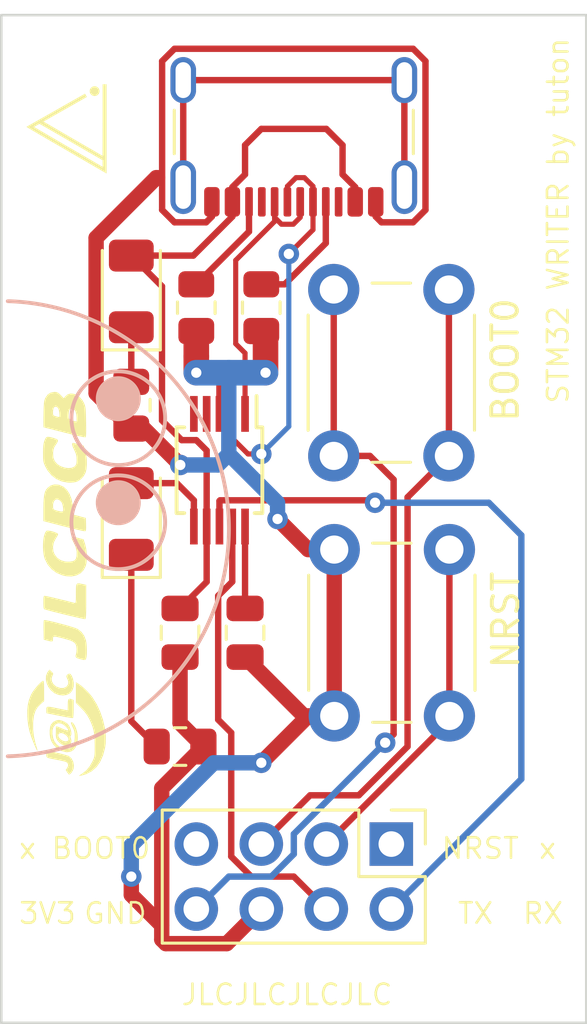
<source format=kicad_pcb>
(kicad_pcb (version 20221018) (generator pcbnew)
  (layers (0 "F.Cu" signal) (31 "B.Cu" signal) (34 "B.Paste" user) (35 "F.Paste" user) (36 "B.SilkS" user "B.Silkscreen") (37 "F.SilkS" user "F.Silkscreen") (38 "B.Mask" user) (39 "F.Mask" user) (44 "Edge.Cuts" user))
  (net 0 "")
  (net 1 "+5V")
  (net 2 "GND")
  (net 3 "Net-(U1-V3)")
  (net 4 "NRST")
  (net 5 "Net-(D1-K)")
  (net 6 "Net-(D2-K)")
  (net 7 "Net-(D2-A)")
  (net 8 "Net-(J1-CC1)")
  (net 9 "D+")
  (net 10 "D-")
  (net 12 "Net-(J1-CC2)")
  (net 14 "unconnected-(J1-SHIELD-PadS1)")
  (net 15 "BOOT0")
  (net 16 "RX")
  (net 17 "TX")
  (net 20 "+3V3")
  (footprint "Connector_PinHeader_2.54mm:PinHeader_2x04_P2.54mm_Vertical" (layer "F.Cu") (at 175.26 97.155 -90)
    (fp_text reference "J2" hide)
    (fp_text value "Conn_02x04_Counter_Clockwise" hide)
    (pad "1" thru_hole rect (at 0 0 270) (size 1.7 1.7) (drill 1) (layers "*.Cu" "*.Mask"))
    (pad "2" thru_hole oval (at 2.54 0 270) (size 1.7 1.7) (drill 1) (layers "*.Cu" "*.Mask") (net 16 "RX"))
    (pad "3" thru_hole oval (at 0 2.54 270) (size 1.7 1.7) (drill 1) (layers "*.Cu" "*.Mask") (net 4 "NRST"))
    (pad "4" thru_hole oval (at 2.54 2.54 270) (size 1.7 1.7) (drill 1) (layers "*.Cu" "*.Mask") (net 17 "TX"))
    (pad "5" thru_hole oval (at 0 5.08 270) (size 1.7 1.7) (drill 1) (layers "*.Cu" "*.Mask") (net 15 "BOOT0"))
    (pad "6" thru_hole oval (at 2.54 5.08 270) (size 1.7 1.7) (drill 1) (layers "*.Cu" "*.Mask") (net 2 "GND"))
    (pad "7" thru_hole oval (at 0 7.62 270) (size 1.7 1.7) (drill 1) (layers "*.Cu" "*.Mask"))
    (pad "8" thru_hole oval (at 2.54 7.62 270) (size 1.7 1.7) (drill 1) (layers "*.Cu" "*.Mask") (net 20 "+3V3"))
  )
  (footprint "LED_SMD:LED_1206_3216Metric" (layer "F.Cu") (at 165.1 84.455 90)
    (fp_text reference "D2" hide)
    (fp_text value "LED_ORANGE" hide)
    (pad "1" smd roundrect (at -1.4 0 90) (size 1.25 1.75) (layers "F.Cu" "F.Paste" "F.Mask") (roundrect_rratio 0.2) (net 6 "Net-(D2-K)"))
    (pad "2" smd roundrect (at 1.4 0 90) (size 1.25 1.75) (layers "F.Cu" "F.Paste" "F.Mask") (roundrect_rratio 0.2) (net 7 "Net-(D2-A)"))
  )
  (footprint "Package_SO:MSOP-10_3x3mm_P0.5mm" (layer "F.Cu") (at 168.545 82.55 -90)
    (fp_text reference "U1" hide)
    (fp_text value "CH340E" hide)
    (pad "1" smd rect (at -2.2 -1 270) (size 1.4 0.3) (layers "F.Cu" "F.Paste" "F.Mask") (net 9 "D+"))
    (pad "2" smd rect (at -2.2 -0.5 270) (size 1.4 0.3) (layers "F.Cu" "F.Paste" "F.Mask") (net 10 "D-"))
    (pad "3" smd rect (at -2.2 0 270) (size 1.4 0.3) (layers "F.Cu" "F.Paste" "F.Mask") (net 2 "GND"))
    (pad "4" smd rect (at -2.2 0.5 270) (size 1.4 0.3) (layers "F.Cu" "F.Paste" "F.Mask"))
    (pad "5" smd rect (at -2.2 1 270) (size 1.4 0.3) (layers "F.Cu" "F.Paste" "F.Mask"))
    (pad "6" smd rect (at 2.2 1 270) (size 1.4 0.3) (layers "F.Cu" "F.Paste" "F.Mask") (net 7 "Net-(D2-A)"))
    (pad "7" smd rect (at 2.2 0.5 270) (size 1.4 0.3) (layers "F.Cu" "F.Paste" "F.Mask") (net 1 "+5V"))
    (pad "8" smd rect (at 2.2 0 270) (size 1.4 0.3) (layers "F.Cu" "F.Paste" "F.Mask") (net 16 "RX"))
    (pad "9" smd rect (at 2.2 -0.5 270) (size 1.4 0.3) (layers "F.Cu" "F.Paste" "F.Mask") (net 17 "TX"))
    (pad "10" smd rect (at 2.2 -1 270) (size 1.4 0.3) (layers "F.Cu" "F.Paste" "F.Mask") (net 3 "Net-(U1-V3)"))
  )
  (footprint "Capacitor_SMD:C_0805_2012Metric" (layer "F.Cu") (at 167.005 88.9 -90)
    (fp_text reference "C1" hide)
    (fp_text value "100n" hide)
    (pad "1" smd roundrect (at -0.95 0 270) (size 1 1.45) (layers "F.Cu" "F.Paste" "F.Mask") (net 1 "+5V"))
    (pad "2" smd roundrect (at 0.95 0 270) (size 1 1.45) (layers "F.Cu" "F.Paste" "F.Mask") (net 2 "GND"))
  )
  (footprint "Resistor_SMD:R_0805_2012Metric" (layer "F.Cu") (at 167.64 76.2 90)
    (fp_text reference "R2" hide)
    (fp_text value "5.1k" hide)
    (pad "1" smd roundrect (at -0.9125 0 90) (size 1.025 1.4) (layers "F.Cu" "F.Paste" "F.Mask") (roundrect_rratio 0.243902439) (net 2 "GND"))
    (pad "2" smd roundrect (at 0.9125 0 90) (size 1.025 1.4) (layers "F.Cu" "F.Paste" "F.Mask") (roundrect_rratio 0.243902439) (net 12 "Net-(J1-CC2)"))
  )
  (footprint "Resistor_SMD:R_0805_2012Metric" (layer "F.Cu") (at 170.18 76.2 90)
    (fp_text reference "R1" hide)
    (fp_text value "5.1k" hide)
    (pad "1" smd roundrect (at -0.9125 0 90) (size 1.025 1.4) (layers "F.Cu" "F.Paste" "F.Mask") (roundrect_rratio 0.243902439) (net 2 "GND"))
    (pad "2" smd roundrect (at 0.9125 0 90) (size 1.025 1.4) (layers "F.Cu" "F.Paste" "F.Mask") (roundrect_rratio 0.243902439) (net 8 "Net-(J1-CC1)"))
  )
  (footprint "logo:tuton_logo_small" (layer "F.Cu") (at 162.56 69.215 90)
    (fp_text reference "G***" hide)
    (fp_text value "LOGO" hide)
  )
  (footprint "Resistor_SMD:R_0805_2012Metric" (layer "F.Cu") (at 165.1 80.01 -90)
    (fp_text reference "R3" hide)
    (fp_text value "75" hide)
    (pad "1" smd roundrect (at -0.9125 0 270) (size 1.025 1.4) (layers "F.Cu" "F.Paste" "F.Mask") (roundrect_rratio 0.243902439) (net 5 "Net-(D1-K)"))
    (pad "2" smd roundrect (at 0.9125 0 270) (size 1.025 1.4) (layers "F.Cu" "F.Paste" "F.Mask") (roundrect_rratio 0.243902439) (net 2 "GND"))
  )
  (footprint "Connector_USB:USB_C_Receptacle_GCT_USB4105-xx-A_16P_TopMnt_Horizontal" (layer "F.Cu") (at 171.45 68.385 180)
    (fp_text reference "J1" hide)
    (fp_text value "USB_C_Receptacle_USB2.0" hide)
    (pad "" np_thru_hole circle (at -2.89 -2.605 180) (size 0.65 0.65) (drill 0.65) (layers "F&B.Cu" "*.Mask"))
    (pad "" np_thru_hole circle (at 2.89 -2.605 180) (size 0.65 0.65) (drill 0.65) (layers "F&B.Cu" "*.Mask"))
    (pad "A1" smd roundrect (at -3.2 -3.68 180) (size 0.6 1.15) (layers "F.Cu" "F.Paste" "F.Mask") (net 2 "GND"))
    (pad "A4" smd roundrect (at -2.4 -3.68 180) (size 0.6 1.15) (layers "F.Cu" "F.Paste" "F.Mask") (net 1 "+5V"))
    (pad "A5" smd roundrect (at -1.25 -3.68 180) (size 0.3 1.15) (layers "F.Cu" "F.Paste" "F.Mask") (net 8 "Net-(J1-CC1)"))
    (pad "A6" smd roundrect (at -0.25 -3.68 180) (size 0.3 1.15) (layers "F.Cu" "F.Paste" "F.Mask") (net 9 "D+"))
    (pad "A7" smd roundrect (at 0.25 -3.68 180) (size 0.3 1.15) (layers "F.Cu" "F.Paste" "F.Mask") (net 10 "D-"))
    (pad "A8" smd roundrect (at 1.25 -3.68 180) (size 0.3 1.15) (layers "F.Cu" "F.Paste" "F.Mask"))
    (pad "A9" smd roundrect (at 2.4 -3.68 180) (size 0.6 1.15) (layers "F.Cu" "F.Paste" "F.Mask") (net 1 "+5V"))
    (pad "A12" smd roundrect (at 3.2 -3.68 180) (size 0.6 1.15) (layers "F.Cu" "F.Paste" "F.Mask") (net 2 "GND"))
    (pad "B1" smd roundrect (at 3.2 -3.68 180) (size 0.6 1.15) (layers "F.Cu" "F.Paste" "F.Mask") (net 2 "GND"))
    (pad "B4" smd roundrect (at 2.4 -3.68 180) (size 0.6 1.15) (layers "F.Cu" "F.Paste" "F.Mask") (net 1 "+5V"))
    (pad "B5" smd roundrect (at 1.75 -3.68 180) (size 0.3 1.15) (layers "F.Cu" "F.Paste" "F.Mask") (net 12 "Net-(J1-CC2)"))
    (pad "B6" smd roundrect (at 0.75 -3.68 180) (size 0.3 1.15) (layers "F.Cu" "F.Paste" "F.Mask") (net 9 "D+"))
    (pad "B7" smd roundrect (at -0.75 -3.68 180) (size 0.3 1.15) (layers "F.Cu" "F.Paste" "F.Mask") (net 10 "D-"))
    (pad "B8" smd roundrect (at -1.75 -3.68 180) (size 0.3 1.15) (layers "F.Cu" "F.Paste" "F.Mask"))
    (pad "B9" smd roundrect (at -2.4 -3.68 180) (size 0.6 1.15) (layers "F.Cu" "F.Paste" "F.Mask") (net 1 "+5V"))
    (pad "B12" smd roundrect (at -3.2 -3.68 180) (size 0.6 1.15) (layers "F.Cu" "F.Paste" "F.Mask") (net 2 "GND"))
    (pad "S1" thru_hole oval (at -4.32 -3.105 180) (size 1 2.1) (drill oval 0.6 1.7) (layers "*.Cu" "*.Mask" "F.Paste") (net 14 "unconnected-(J1-SHIELD-PadS1)"))
    (pad "S1" thru_hole oval (at -4.32 1.075 180) (size 1 1.8) (drill oval 0.6 1.4) (layers "*.Cu" "*.Mask" "F.Paste") (net 14 "unconnected-(J1-SHIELD-PadS1)"))
    (pad "S1" thru_hole oval (at 4.32 -3.105 180) (size 1 2.1) (drill oval 0.6 1.7) (layers "*.Cu" "*.Mask" "F.Paste") (net 14 "unconnected-(J1-SHIELD-PadS1)"))
    (pad "S1" thru_hole oval (at 4.32 1.075 180) (size 1 1.8) (drill oval 0.6 1.4) (layers "*.Cu" "*.Mask" "F.Paste") (net 14 "unconnected-(J1-SHIELD-PadS1)"))
  )
  (footprint "Resistor_SMD:R_0805_2012Metric" (layer "F.Cu") (at 167.005 93.345)
    (fp_text reference "R4" hide)
    (fp_text value "75" hide)
    (pad "1" smd roundrect (at -0.9125 0) (size 1.025 1.4) (layers "F.Cu" "F.Paste" "F.Mask") (roundrect_rratio 0.243902439) (net 6 "Net-(D2-K)"))
    (pad "2" smd roundrect (at 0.9125 0) (size 1.025 1.4) (layers "F.Cu" "F.Paste" "F.Mask") (roundrect_rratio 0.243902439) (net 2 "GND"))
  )
  (footprint "logo:jlcpcb_logo" (layer "F.Cu") (at 162.56 86.995 90)
    (fp_text reference "G***" hide)
    (fp_text value "LOGO" hide)
  )
  (footprint "Button_Switch_THT:SW_PUSH_6mm" (layer "F.Cu") (at 173.01 81.99 90)
    (fp_text reference "SW2" hide)
    (fp_text value "BOOT0" (at 3.75 6.7 90) (layer "F.SilkS"))
    (pad "1" thru_hole circle (at 0 0 180) (size 2 2) (drill 1.1) (layers "*.Cu" "*.Mask") (net 20 "+3V3"))
    (pad "1" thru_hole circle (at 6.5 0 180) (size 2 2) (drill 1.1) (layers "*.Cu" "*.Mask") (net 20 "+3V3"))
    (pad "2" thru_hole circle (at 0 4.5 180) (size 2 2) (drill 1.1) (layers "*.Cu" "*.Mask") (net 15 "BOOT0"))
    (pad "2" thru_hole circle (at 6.5 4.5 180) (size 2 2) (drill 1.1) (layers "*.Cu" "*.Mask") (net 15 "BOOT0"))
  )
  (footprint "LED_SMD:LED_1206_3216Metric" (layer "F.Cu") (at 165.1 75.565 90)
    (fp_text reference "D1" hide)
    (fp_text value "LED_GREEN" hide)
    (pad "1" smd roundrect (at -1.4 0 90) (size 1.25 1.75) (layers "F.Cu" "F.Paste" "F.Mask") (roundrect_rratio 0.2) (net 5 "Net-(D1-K)"))
    (pad "2" smd roundrect (at 1.4 0 90) (size 1.25 1.75) (layers "F.Cu" "F.Paste" "F.Mask") (roundrect_rratio 0.2) (net 1 "+5V"))
  )
  (footprint "Capacitor_SMD:C_0805_2012Metric" (layer "F.Cu") (at 169.545 88.9 90)
    (fp_text reference "C2" hide)
    (fp_text value "100n" hide)
    (pad "1" smd roundrect (at -0.95 0 90) (size 1 1.45) (layers "F.Cu" "F.Paste" "F.Mask") (net 2 "GND"))
    (pad "2" smd roundrect (at 0.95 0 90) (size 1 1.45) (layers "F.Cu" "F.Paste" "F.Mask") (net 3 "Net-(U1-V3)"))
  )
  (footprint "Button_Switch_THT:SW_PUSH_6mm" (layer "F.Cu") (at 173.03 92.15 90)
    (fp_text reference "SW1" hide)
    (fp_text value "NRST" (at 3.75 6.7 90) (layer "F.SilkS"))
    (pad "1" thru_hole circle (at 0 0 180) (size 2 2) (drill 1.1) (layers "*.Cu" "*.Mask") (net 2 "GND"))
    (pad "1" thru_hole circle (at 6.5 0 180) (size 2 2) (drill 1.1) (layers "*.Cu" "*.Mask") (net 2 "GND"))
    (pad "2" thru_hole circle (at 0 4.5 180) (size 2 2) (drill 1.1) (layers "*.Cu" "*.Mask") (net 4 "NRST"))
    (pad "2" thru_hole circle (at 6.5 4.5 180) (size 2 2) (drill 1.1) (layers "*.Cu" "*.Mask") (net 4 "NRST"))
  )
  (gr_circle (center 164.592 84.582) (end 165.608 86.106) (stroke (width 0.15)) (fill none) (layer "B.SilkS"))
  (gr_circle (center 164.592 79.756) (end 165.395219 79.756) (stroke (width 0.15)) (fill solid) (layer "B.SilkS"))
  (gr_arc (start 160.274 75.946001) (mid 168.913628 84.836001) (end 160.274 93.726001) (stroke (width 0.15)) (layer "B.SilkS"))
  (gr_circle (center 164.592 83.82) (end 165.395219 83.82) (stroke (width 0.15)) (fill solid) (layer "B.SilkS"))
  (gr_circle (center 164.592 80.518) (end 165.608 82.042) (stroke (width 0.15)) (fill none) (layer "B.SilkS"))
  (gr_rect (start 160.02 64.77) (end 182.88 104.14) (stroke (width 0.1)) (fill none) (layer "Edge.Cuts"))
  (gr_text "JLCJLCJLCJLC" (at 167.005 103.505) (layer "F.SilkS") (effects (font (size 0.8 0.8) (thickness 0.1) bold) (justify left bottom)))
  (gr_text "GND\n" (at 163.195 100.33) (layer "F.SilkS") (effects (font (size 0.8 0.8) (thickness 0.1) bold) (justify left bottom)))
  (gr_text "BOOT0" (at 161.925 97.79) (layer "F.SilkS") (effects (font (size 0.8 0.8) (thickness 0.1) bold) (justify left bottom)))
  (gr_text "x\n" (at 180.975 97.79) (layer "F.SilkS") (effects (font (size 0.8 0.8) (thickness 0.1) bold) (justify left bottom)))
  (gr_text "NRST\n" (at 177.165 97.79) (layer "F.SilkS") (effects (font (size 0.8 0.8) (thickness 0.1) bold) (justify left bottom)))
  (gr_text "TX" (at 177.8 100.33) (layer "F.SilkS") (effects (font (size 0.8 0.8) (thickness 0.1) bold) (justify left bottom)))
  (gr_text "x\n" (at 160.655 97.79) (layer "F.SilkS") (effects (font (size 0.8 0.8) (thickness 0.1) bold) (justify left bottom)))
  (gr_text "RX" (at 180.34 100.33) (layer "F.SilkS") (effects (font (size 0.8 0.8) (thickness 0.1) bold) (justify left bottom)))
  (gr_text "3V3\n" (at 160.655 100.33) (layer "F.SilkS") (effects (font (size 0.8 0.8) (thickness 0.1) bold) (justify left bottom)))
  (gr_text "STM32 WRITER by tuton" (at 182.245 80.01 90) (layer "F.SilkS") (effects (font (size 0.8 0.8) (thickness 0.1) bold) (justify left bottom)))
  (segment (start 173.85 72.065) (end 173.85 71.489949) (width 0.25) (layer "F.Cu") (net 1))
  (segment (start 168.045 84.75) (end 168.045 86.91) (width 0.25) (layer "F.Cu") (net 1))
  (segment (start 169.545 69.85) (end 169.545 70.994949) (width 0.25) (layer "F.Cu") (net 1))
  (segment (start 168.045 86.91) (end 167.005 87.95) (width 0.25) (layer "F.Cu") (net 1))
  (segment (start 173.355 69.85) (end 172.72 69.215) (width 0.25) (layer "F.Cu") (net 1))
  (segment (start 166.3 75.365) (end 165.1 74.165) (width 0.25) (layer "F.Cu") (net 1))
  (segment (start 169.05 72.065) (end 169.05 72.639999) (width 0.25) (layer "F.Cu") (net 1))
  (segment (start 170.18 69.215) (end 169.545 69.85) (width 0.25) (layer "F.Cu") (net 1))
  (segment (start 173.85 71.489949) (end 173.355 70.994949) (width 0.25) (layer "F.Cu") (net 1))
  (segment (start 166.3 80.605) (end 167.07 81.375) (width 0.25) (layer "F.Cu") (net 1))
  (segment (start 172.72 69.215) (end 170.18 69.215) (width 0.25) (layer "F.Cu") (net 1))
  (segment (start 173.355 70.994949) (end 173.355 69.85) (width 0.25) (layer "F.Cu") (net 1))
  (segment (start 167.524999 74.165) (end 165.1 74.165) (width 0.25) (layer "F.Cu") (net 1))
  (segment (start 169.05 71.489949) (end 169.05 72.065) (width 0.25) (layer "F.Cu") (net 1))
  (segment (start 169.545 70.994949) (end 169.05 71.489949) (width 0.25) (layer "F.Cu") (net 1))
  (segment (start 167.64 81.375) (end 168.045 81.78) (width 0.25) (layer "F.Cu") (net 1))
  (segment (start 169.05 72.639999) (end 167.524999 74.165) (width 0.25) (layer "F.Cu") (net 1))
  (segment (start 168.045 81.78) (end 168.045 84.75) (width 0.25) (layer "F.Cu") (net 1))
  (segment (start 167.07 81.375) (end 167.64 81.375) (width 0.25) (layer "F.Cu") (net 1))
  (segment (start 166.3 80.605) (end 166.3 75.365) (width 0.25) (layer "F.Cu") (net 1))
  (segment (start 166.788274 72.865) (end 166.305 72.381726) (width 0.25) (layer "F.Cu") (net 2))
  (segment (start 168.83 101.045) (end 166.45 101.045) (width 0.6) (layer "F.Cu") (net 2))
  (segment (start 165.1 98.425) (end 165.1 99.14) (width 0.6) (layer "F.Cu") (net 2))
  (segment (start 167.64 78.105) (end 167.64 77.1125) (width 1) (layer "F.Cu") (net 2))
  (segment (start 176.595 72.381726) (end 176.111726 72.865) (width 0.25) (layer "F.Cu") (net 2))
  (segment (start 168.024999 72.865) (end 166.788274 72.865) (width 0.25) (layer "F.Cu") (net 2))
  (segment (start 168.25 72.065) (end 168.25 72.639999) (width 0.25) (layer "F.Cu") (net 2))
  (segment (start 168.25 72.639999) (end 168.024999 72.865) (width 0.25) (layer "F.Cu") (net 2))
  (segment (start 174.875001 72.865) (end 174.65 72.639999) (width 0.25) (layer "F.Cu") (net 2))
  (segment (start 174.65 72.639999) (end 174.65 72.065) (width 0.25) (layer "F.Cu") (net 2))
  (segment (start 167.005 89.85) (end 167.005 92.4325) (width 0.6) (layer "F.Cu") (net 2))
  (segment (start 173.03 85.65) (end 173.03 92.15) (width 0.6) (layer "F.Cu") (net 2))
  (segment (start 176.111726 72.865) (end 174.875001 72.865) (width 0.25) (layer "F.Cu") (net 2))
  (segment (start 165.1 80.9225) (end 165.593607 80.9225) (width 0.6) (layer "F.Cu") (net 2))
  (segment (start 168.545 80.35) (end 168.545 79.01) (width 0.25) (layer "F.Cu") (net 2))
  (segment (start 173.03 92.15) (end 172.01 92.15) (width 0.6) (layer "F.Cu") (net 2))
  (segment (start 171.845 92.15) (end 169.545 89.85) (width 0.6) (layer "F.Cu") (net 2))
  (segment (start 167.64 78.74) (end 167.64 78.105) (width 1) (layer "F.Cu") (net 2))
  (segment (start 166.788274 66.085) (end 176.111726 66.085) (width 0.25) (layer "F.Cu") (net 2))
  (segment (start 166.29 100.885) (end 166.29 100.33) (width 0.6) (layer "F.Cu") (net 2))
  (segment (start 173.03 92.15) (end 171.845 92.15) (width 0.6) (layer "F.Cu") (net 2))
  (segment (start 170.18 77.1125) (end 170.345 77.2775) (width 1) (layer "F.Cu") (net 2))
  (segment (start 166.077412 71.12) (end 166.13 71.12) (width 0.6) (layer "F.Cu") (net 2))
  (segment (start 163.725 79.5475) (end 163.725 73.472412) (width 0.6) (layer "F.Cu") (net 2))
  (segment (start 166.45 101.045) (end 166.29 100.885) (width 0.6) (layer "F.Cu") (net 2))
  (segment (start 176.595 66.568274) (end 176.595 72.381726) (width 0.25) (layer "F.Cu") (net 2))
  (segment (start 176.111726 66.085) (end 176.595 66.568274) (width 0.25) (layer "F.Cu") (net 2))
  (segment (start 172.01 92.15) (end 170.18 93.98) (width 0.6) (layer "F.Cu") (net 2))
  (segment (start 165.1 99.14) (end 166.29 100.33) (width 0.6) (layer "F.Cu") (net 2))
  (segment (start 167.005 92.4325) (end 167.9175 93.345) (width 0.6) (layer "F.Cu") (net 2))
  (segment (start 166.29 94.9725) (end 167.9175 93.345) (width 0.6) (layer "F.Cu") (net 2))
  (segment (start 165.1 80.9225) (end 163.725 79.5475) (width 0.6) (layer "F.Cu") (net 2))
  (segment (start 166.29 100.33) (end 166.29 94.9725) (width 0.6) (layer "F.Cu") (net 2))
  (segment (start 170.345 77.2775) (end 170.345 78.74) (width 1) (layer "F.Cu") (net 2))
  (segment (start 173.03 85.65) (end 172.01 85.65) (width 0.6) (layer "F.Cu") (net 2))
  (segment (start 170.18 99.695) (end 168.83 101.045) (width 0.6) (layer "F.Cu") (net 2))
  (segment (start 166.305 72.381726) (end 166.305 66.568274) (width 0.25) (layer "F.Cu") (net 2))
  (segment (start 163.725 73.472412) (end 166.077412 71.12) (width 0.6) (layer "F.Cu") (net 2))
  (segment (start 172.01 85.65) (end 170.815 84.455) (width 0.6) (layer "F.Cu") (net 2))
  (segment (start 166.305 66.568274) (end 166.788274 66.085) (width 0.25) (layer "F.Cu") (net 2))
  (segment (start 168.545 79.01) (end 167.64 78.105) (width 0.25) (layer "F.Cu") (net 2))
  (segment (start 165.593607 80.9225) (end 167.015326 82.344219) (width 0.6) (layer "F.Cu") (net 2))
  (via (at 170.345 78.74) (size 0.8) (drill 0.4) (layers "F.Cu" "B.Cu") (net 2))
  (via (at 170.815 84.455) (size 0.8) (drill 0.4) (layers "F.Cu" "B.Cu") (net 2))
  (via (at 167.64 78.74) (size 0.8) (drill 0.4) (layers "F.Cu" "B.Cu") (net 2))
  (via (at 170.18 93.98) (size 0.8) (drill 0.4) (layers "F.Cu" "B.Cu") (net 2))
  (via (at 167.015326 82.344219) (size 0.8) (drill 0.4) (layers "F.Cu" "B.Cu") (net 2))
  (via (at 165.1 98.425) (size 0.8) (drill 0.4) (layers "F.Cu" "B.Cu") (net 2))
  (segment (start 168.91 81.917793) (end 168.91 78.74) (width 0.6) (layer "B.Cu") (net 2))
  (segment (start 168.321321 93.98) (end 165.1 97.201321) (width 0.6) (layer "B.Cu") (net 2))
  (segment (start 167.015326 82.344219) (end 168.483574 82.344219) (width 0.6) (layer "B.Cu") (net 2))
  (segment (start 170.815 83.822793) (end 168.91 81.917793) (width 0.6) (layer "B.Cu") (net 2))
  (segment (start 170.815 84.455) (end 170.815 83.822793) (width 0.6) (layer "B.Cu") (net 2))
  (segment (start 168.91 78.74) (end 167.64 78.74) (width 1) (layer "B.Cu") (net 2))
  (segment (start 170.345 78.74) (end 168.91 78.74) (width 1) (layer "B.Cu") (net 2))
  (segment (start 170.18 93.98) (end 168.321321 93.98) (width 0.6) (layer "B.Cu") (net 2))
  (segment (start 168.483574 82.344219) (end 168.91 81.917793) (width 0.6) (layer "B.Cu") (net 2))
  (segment (start 165.1 97.201321) (end 165.1 98.425) (width 0.6) (layer "B.Cu") (net 2))
  (segment (start 169.545 84.75) (end 169.545 87.95) (width 0.25) (layer "F.Cu") (net 3))
  (segment (start 177.53 85.65) (end 177.53 92.345) (width 0.25) (layer "F.Cu") (net 4))
  (segment (start 177.53 92.345) (end 172.72 97.155) (width 0.25) (layer "F.Cu") (net 4))
  (segment (start 165.1 79.0975) (end 165.1 76.965) (width 0.25) (layer "F.Cu") (net 5))
  (segment (start 165.1 92.3525) (end 166.0925 93.345) (width 0.25) (layer "F.Cu") (net 6))
  (segment (start 165.1 85.855) (end 165.1 92.3525) (width 0.25) (layer "F.Cu") (net 6))
  (segment (start 165.1 83.055) (end 166.875 83.055) (width 0.25) (layer "F.Cu") (net 7))
  (segment (start 167.545 83.725) (end 167.545 84.75) (width 0.25) (layer "F.Cu") (net 7))
  (segment (start 166.875 83.055) (end 167.545 83.725) (width 0.25) (layer "F.Cu") (net 7))
  (segment (start 170.18 75.2875) (end 171.0925 75.2875) (width 0.25) (layer "F.Cu") (net 8))
  (segment (start 172.7 73.68) (end 172.7 72.065) (width 0.25) (layer "F.Cu") (net 8))
  (segment (start 171.0925 75.2875) (end 172.7 73.68) (width 0.25) (layer "F.Cu") (net 8))
  (segment (start 171.7 72.065) (end 171.7 72.67241) (width 0.2) (layer "F.Cu") (net 9))
  (segment (start 170.7 72.67241) (end 170.7 72.065) (width 0.2) (layer "F.Cu") (net 9))
  (segment (start 169.545 77.974744) (end 169.18 77.609744) (width 0.2) (layer "F.Cu") (net 9))
  (segment (start 169.18 77.609744) (end 169.18 74.34854) (width 0.2) (layer "F.Cu") (net 9))
  (segment (start 170.7 72.82854) (end 170.7 72.065) (width 0.2) (layer "F.Cu") (net 9))
  (segment (start 170.96759 72.94) (end 170.7 72.67241) (width 0.2) (layer "F.Cu") (net 9))
  (segment (start 169.18 74.34854) (end 170.7 72.82854) (width 0.2) (layer "F.Cu") (net 9))
  (segment (start 171.7 72.67241) (end 171.43241 72.94) (width 0.2) (layer "F.Cu") (net 9))
  (segment (start 171.43241 72.94) (end 170.96759 72.94) (width 0.2) (layer "F.Cu") (net 9))
  (segment (start 169.545 80.35) (end 169.545 77.974744) (width 0.2) (layer "F.Cu") (net 9))
  (segment (start 171.86241 71.12) (end 171.53759 71.12) (width 0.2) (layer "F.Cu") (net 10))
  (segment (start 172.2 71.45759) (end 171.86241 71.12) (width 0.2) (layer "F.Cu") (net 10))
  (segment (start 172.2 72.065) (end 172.2 71.45759) (width 0.2) (layer "F.Cu") (net 10))
  (segment (start 171.2 71.45759) (end 171.2 72.065) (width 0.2) (layer "F.Cu") (net 10))
  (segment (start 169.045 81.3) (end 169.045 80.35) (width 0.2) (layer "F.Cu") (net 10))
  (segment (start 171.53759 71.12) (end 171.2 71.45759) (width 0.2) (layer "F.Cu") (net 10))
  (segment (start 169.66 81.915) (end 169.045 81.3) (width 0.2) (layer "F.Cu") (net 10))
  (segment (start 172.2 73.155402) (end 171.255201 74.100201) (width 0.2) (layer "F.Cu") (net 10))
  (segment (start 172.2 72.065) (end 172.2 73.155402) (width 0.2) (layer "F.Cu") (net 10))
  (segment (start 170.18 81.915) (end 169.66 81.915) (width 0.2) (layer "F.Cu") (net 10))
  (via (at 171.255201 74.100201) (size 0.8) (drill 0.4) (layers "F.Cu" "B.Cu") (net 10))
  (via (at 170.18 81.915) (size 0.8) (drill 0.4) (layers "F.Cu" "B.Cu") (net 10))
  (segment (start 171.255201 74.100201) (end 171.255201 80.839799) (width 0.2) (layer "B.Cu") (net 10))
  (segment (start 171.255201 80.839799) (end 170.18 81.915) (width 0.2) (layer "B.Cu") (net 10))
  (segment (start 169.7 73.2275) (end 169.7 72.065) (width 0.25) (layer "F.Cu") (net 12))
  (segment (start 167.64 75.2875) (end 169.7 73.2275) (width 0.25) (layer "F.Cu") (net 12))
  (segment (start 167.13 71.49) (end 167.13 67.31) (width 0.25) (layer "F.Cu") (net 14))
  (segment (start 175.77 67.31) (end 175.77 71.49) (width 0.25) (layer "F.Cu") (net 14))
  (segment (start 167.13 67.31) (end 175.77 67.31) (width 0.25) (layer "F.Cu") (net 14))
  (segment (start 175.895 93.343604) (end 173.989302 95.249302) (width 0.25) (layer "F.Cu") (net 15))
  (segment (start 173.989302 95.249302) (end 172.085698 95.249302) (width 0.25) (layer "F.Cu") (net 15))
  (segment (start 175.895 83.605) (end 175.895 93.343604) (width 0.25) (layer "F.Cu") (net 15))
  (segment (start 177.51 75.49) (end 177.51 81.99) (width 0.25) (layer "F.Cu") (net 15))
  (segment (start 172.085698 95.249302) (end 170.18 97.155) (width 0.25) (layer "F.Cu") (net 15))
  (segment (start 177.51 81.99) (end 175.895 83.605) (width 0.25) (layer "F.Cu") (net 15))
  (segment (start 168.545 83.75) (end 168.57 83.725) (width 0.25) (layer "F.Cu") (net 16))
  (segment (start 174.53 83.725) (end 174.625 83.82) (width 0.25) (layer "F.Cu") (net 16))
  (segment (start 168.545 84.75) (end 168.545 83.75) (width 0.25) (layer "F.Cu") (net 16))
  (segment (start 168.57 83.725) (end 174.53 83.725) (width 0.25) (layer "F.Cu") (net 16))
  (via (at 174.625 83.82) (size 0.8) (drill 0.4) (layers "F.Cu" "B.Cu") (net 16))
  (segment (start 179.07 83.82) (end 180.34 85.09) (width 0.25) (layer "B.Cu") (net 16))
  (segment (start 174.625 83.82) (end 179.07 83.82) (width 0.25) (layer "B.Cu") (net 16))
  (segment (start 180.34 85.09) (end 180.34 94.615) (width 0.25) (layer "B.Cu") (net 16))
  (segment (start 180.34 94.615) (end 175.26 99.695) (width 0.25) (layer "B.Cu") (net 16))
  (segment (start 168.495 87.4549) (end 168.495 92.295) (width 0.25) (layer "F.Cu") (net 17))
  (segment (start 169.005 97.641701) (end 169.788299 98.425) (width 0.25) (layer "F.Cu") (net 17))
  (segment (start 169.788299 98.425) (end 171.45 98.425) (width 0.25) (layer "F.Cu") (net 17))
  (segment (start 169.045 86.9049) (end 168.495 87.4549) (width 0.25) (layer "F.Cu") (net 17))
  (segment (start 169.005 92.805) (end 169.005 97.641701) (width 0.25) (layer "F.Cu") (net 17))
  (segment (start 171.45 98.425) (end 172.72 99.695) (width 0.25) (layer "F.Cu") (net 17))
  (segment (start 169.045 84.75) (end 169.045 86.9049) (width 0.25) (layer "F.Cu") (net 17))
  (segment (start 168.495 92.295) (end 169.005 92.805) (width 0.25) (layer "F.Cu") (net 17))
  (segment (start 175.35 82.915787) (end 175.35 92.864006) (width 0.25) (layer "F.Cu") (net 20))
  (segment (start 173.01 75.49) (end 173.01 81.99) (width 0.25) (layer "F.Cu") (net 20))
  (segment (start 173.01 81.99) (end 174.424213 81.99) (width 0.25) (layer "F.Cu") (net 20))
  (segment (start 174.424213 81.99) (end 175.35 82.915787) (width 0.25) (layer "F.Cu") (net 20))
  (segment (start 175.35 92.864006) (end 175.019655 93.194351) (width 0.25) (layer "F.Cu") (net 20))
  (via (at 175.019655 93.194351) (size 0.8) (drill 0.4) (layers "F.Cu" "B.Cu") (net 20))
  (segment (start 171.45 96.764006) (end 171.45 97.546701) (width 0.25) (layer "B.Cu") (net 20))
  (segment (start 171.45 97.546701) (end 170.571701 98.425) (width 0.25) (layer "B.Cu") (net 20))
  (segment (start 175.019655 93.194351) (end 171.45 96.764006) (width 0.25) (layer "B.Cu") (net 20))
  (segment (start 168.91 98.425) (end 167.64 99.695) (width 0.25) (layer "B.Cu") (net 20))
  (segment (start 170.571701 98.425) (end 168.91 98.425) (width 0.25) (layer "B.Cu") (net 20))
)
</source>
